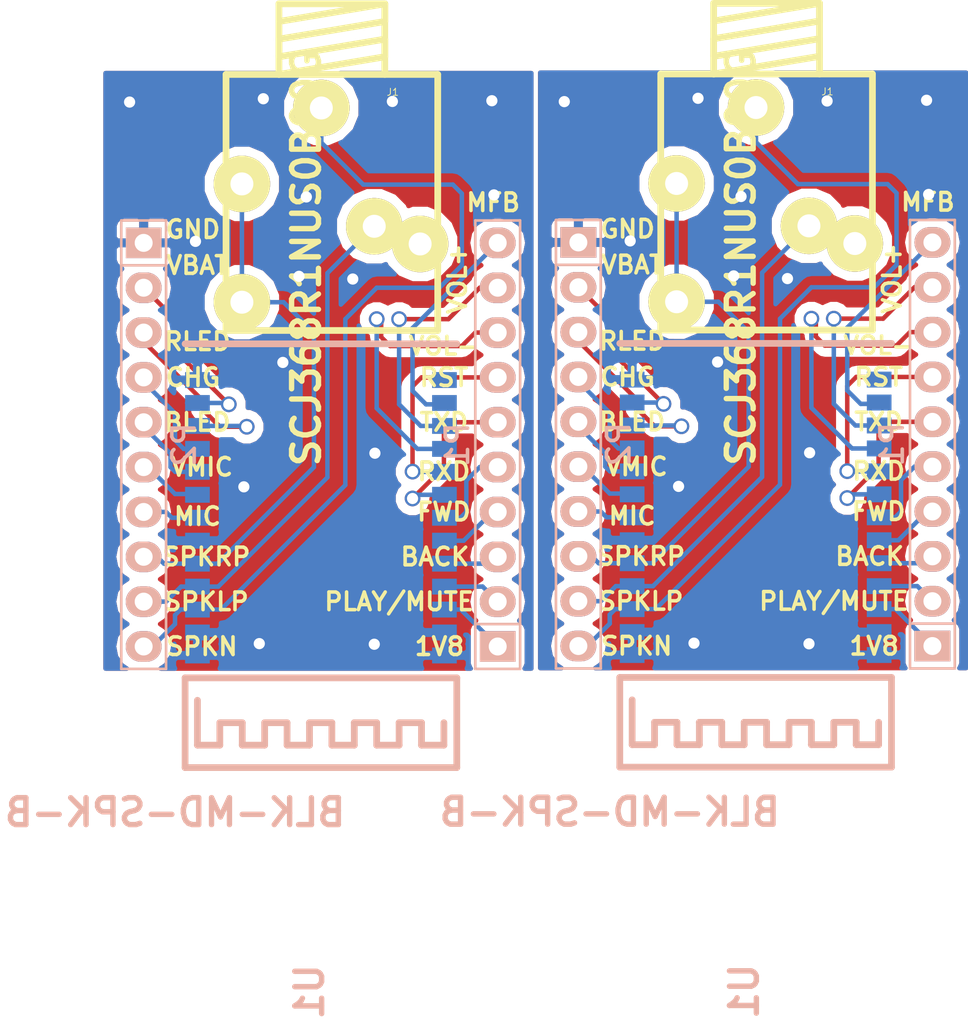
<source format=kicad_pcb>
(kicad_pcb (version 4) (host pcbnew 0.201411271501+5304~19~ubuntu14.04.1-product)
  (layers (0 F.Cu signal) (31 B.Cu signal) (34 B.Paste user) (35 F.Paste user) (36 B.SilkS user) (37 F.SilkS user) (38 B.Mask user) (39 F.Mask user) (44 Edge.Cuts user))
  (net 0 "")
  (net 1 "Net-(J1-Pad1)")
  (net 2 "Net-(J1-Pad2)")
  (net 3 "Net-(J1-Pad4)")
  (net 4 "Net-(P1-Pad1)")
  (net 5 "Net-(P1-Pad2)")
  (net 6 "Net-(P1-Pad3)")
  (net 7 "Net-(P1-Pad4)")
  (net 8 "Net-(P1-Pad5)")
  (net 9 "Net-(P1-Pad6)")
  (net 10 "Net-(P1-Pad7)")
  (net 11 "Net-(P1-Pad8)")
  (net 12 "Net-(P1-Pad9)")
  (net 13 "Net-(P1-Pad10)")
  (net 14 "Net-(P2-Pad2)")
  (net 15 "Net-(P2-Pad3)")
  (net 16 "Net-(P2-Pad4)")
  (net 17 "Net-(P2-Pad5)")
  (net 18 "Net-(P2-Pad6)")
  (net 19 "Net-(P2-Pad7)")
  (net 20 GND)
  (module my_modules:BLK-MD-SPK-B (layer B.Cu) (at 188.214 169.6974)
    (fp_text reference U1 (at 7.62 12.7 270) (layer B.SilkS) (effects (font (thickness 0.3048)) (justify mirror)))
    (fp_text value BLK-MD-SPK-B (at 0 2.54) (layer B.SilkS) (effects (font (thickness 0.3048)) (justify mirror)))
    (pad 1 smd rect (at 1.27 -6.35 180) (size 1.4 0.9) (layers B.Cu B.Paste B.Mask) (net 20 GND))
    (pad 2 smd rect (at 1.27 -7.65 180) (size 1.4 0.9) (layers B.Cu B.Paste B.Mask) (net 20 GND))
    (pad 3 smd rect (at 1.27 -8.95 180) (size 1.4 0.9) (layers B.Cu B.Paste B.Mask) (net 1 "Net-(J1-Pad1)"))
    (pad 4 smd rect (at 1.27 -10.25 180) (size 1.4 0.9) (layers B.Cu B.Paste B.Mask) (net 3 "Net-(J1-Pad4)"))
    (pad 5 smd rect (at 1.27 -11.55 180) (size 1.4 0.9) (layers B.Cu B.Paste B.Mask) (net 2 "Net-(J1-Pad2)"))
    (pad 6 smd rect (at 1.27 -12.85 180) (size 1.4 0.9) (layers B.Cu B.Paste B.Mask) (net 20 GND))
    (pad 7 smd rect (at 1.27 -14.15 180) (size 1.4 0.9) (layers B.Cu B.Paste B.Mask) (net 19 "Net-(P2-Pad7)"))
    (pad 8 smd rect (at 1.27 -15.45 180) (size 1.4 0.9) (layers B.Cu B.Paste B.Mask) (net 18 "Net-(P2-Pad6)"))
    (pad 9 smd rect (at 1.27 -16.75 180) (size 1.4 0.9) (layers B.Cu B.Paste B.Mask) (net 17 "Net-(P2-Pad5)"))
    (pad 10 smd rect (at 1.27 -18.05 180) (size 1.4 0.9) (layers B.Cu B.Paste B.Mask) (net 16 "Net-(P2-Pad4)"))
    (pad 11 smd rect (at 1.27 -19.35 180) (size 1.4 0.9) (layers B.Cu B.Paste B.Mask) (net 15 "Net-(P2-Pad3)"))
    (pad 12 smd rect (at 1.27 -20.65 180) (size 1.4 0.9) (layers B.Cu B.Paste B.Mask) (net 14 "Net-(P2-Pad2)"))
    (pad 13 smd rect (at 1.27 -21.95 180) (size 1.4 0.9) (layers B.Cu B.Paste B.Mask) (net 20 GND))
    (pad 14 smd rect (at 15.27 -21.95 180) (size 1.4 0.9) (layers B.Cu B.Paste B.Mask))
    (pad 15 smd rect (at 15.27 -20.65 180) (size 1.4 0.9) (layers B.Cu B.Paste B.Mask) (net 13 "Net-(P1-Pad10)"))
    (pad 16 smd rect (at 15.27 -19.35 180) (size 1.4 0.9) (layers B.Cu B.Paste B.Mask) (net 12 "Net-(P1-Pad9)"))
    (pad 17 smd rect (at 15.27 -18.05 180) (size 1.4 0.9) (layers B.Cu B.Paste B.Mask) (net 11 "Net-(P1-Pad8)"))
    (pad 18 smd rect (at 15.27 -16.75 180) (size 1.4 0.9) (layers B.Cu B.Paste B.Mask) (net 10 "Net-(P1-Pad7)"))
    (pad 19 smd rect (at 15.27 -15.45 180) (size 1.4 0.9) (layers B.Cu B.Paste B.Mask) (net 9 "Net-(P1-Pad6)"))
    (pad 20 smd rect (at 15.27 -14.15 180) (size 1.4 0.9) (layers B.Cu B.Paste B.Mask) (net 8 "Net-(P1-Pad5)"))
    (pad 21 smd rect (at 15.27 -12.85 180) (size 1.4 0.9) (layers B.Cu B.Paste B.Mask) (net 7 "Net-(P1-Pad4)"))
    (pad 22 smd rect (at 15.27 -11.55 180) (size 1.4 0.9) (layers B.Cu B.Paste B.Mask) (net 6 "Net-(P1-Pad3)"))
    (pad 23 smd rect (at 15.27 -10.25 180) (size 1.4 0.9) (layers B.Cu B.Paste B.Mask) (net 5 "Net-(P1-Pad2)"))
    (pad 24 smd rect (at 15.27 -8.95 180) (size 1.4 0.9) (layers B.Cu B.Paste B.Mask) (net 4 "Net-(P1-Pad1)"))
    (pad 25 smd rect (at 15.27 -7.65 180) (size 1.4 0.9) (layers B.Cu B.Paste B.Mask) (net 20 GND))
    (pad 26 smd rect (at 15.27 -6.35 180) (size 1.4 0.9) (layers B.Cu B.Paste B.Mask) (net 20 GND))
  )
  (module my_modules:3.5mm_stereo_jack (layer F.Cu) (at 197.104 137.4394)
    (fp_text reference J1 (at 3.44932 -5.99948) (layer F.SilkS) (effects (font (size 0.39878 0.39878) (thickness 0.0508))))
    (fp_text value SCJ368R1NUS0B00G (at -1.45034 3.40106 90) (layer F.SilkS) (effects (font (thickness 0.3048))))
    (pad 1 thru_hole circle (at -0.59944 -5.10032) (size 3.2004 3.2004) (drill 1.30048) (layers *.Cu *.Mask F.SilkS) (net 1 "Net-(J1-Pad1)"))
    (pad 2 thru_hole circle (at -5.10032 -0.8001) (size 3.2004 3.2004) (drill 1.30048) (layers *.Cu *.Mask F.SilkS) (net 2 "Net-(J1-Pad2)"))
    (pad 3 thru_hole circle (at -5.10032 5.90042) (size 3.2004 3.2004) (drill 1.30048) (layers *.Cu *.Mask F.SilkS) (net 2 "Net-(J1-Pad2)"))
    (pad 5 thru_hole circle (at 2.4003 1.6002) (size 3.2004 3.2004) (drill 1.30048) (layers *.Cu *.Mask F.SilkS) (net 3 "Net-(J1-Pad4)"))
    (pad 4 thru_hole circle (at 5.00126 2.60096) (size 3.2004 3.2004) (drill 1.30048) (layers *.Cu *.Mask F.SilkS) (net 3 "Net-(J1-Pad4)"))
  )
  (module Pin_Headers:Pin_Header_Straight_1x10 (layer B.Cu) (at 186.436 151.4094 270)
    (fp_text reference P2 (at 0 -2.286 270) (layer B.SilkS) (effects (font (size 1.27 1.27) (thickness 0.2032)) (justify mirror)))
    (fp_text value CONNECTOR hide)
    (pad 1 thru_hole rect (at -11.43 0 270) (size 1.7272 2.032) (drill 1.016) (layers *.Cu *.Mask B.SilkS) (net 20 GND))
    (pad 2 thru_hole oval (at -8.89 0 270) (size 1.7272 2.032) (drill 1.016) (layers *.Cu *.Mask B.SilkS) (net 14 "Net-(P2-Pad2)"))
    (pad 3 thru_hole oval (at -6.35 0 270) (size 1.7272 2.032) (drill 1.016) (layers *.Cu *.Mask B.SilkS) (net 15 "Net-(P2-Pad3)"))
    (pad 4 thru_hole oval (at -3.81 0 270) (size 1.7272 2.032) (drill 1.016) (layers *.Cu *.Mask B.SilkS) (net 16 "Net-(P2-Pad4)"))
    (pad 5 thru_hole oval (at -1.27 0 270) (size 1.7272 2.032) (drill 1.016) (layers *.Cu *.Mask B.SilkS) (net 17 "Net-(P2-Pad5)"))
    (pad 6 thru_hole oval (at 1.27 0 270) (size 1.7272 2.032) (drill 1.016) (layers *.Cu *.Mask B.SilkS) (net 18 "Net-(P2-Pad6)"))
    (pad 7 thru_hole oval (at 3.81 0 270) (size 1.7272 2.032) (drill 1.016) (layers *.Cu *.Mask B.SilkS) (net 19 "Net-(P2-Pad7)"))
    (pad 8 thru_hole oval (at 6.35 0 270) (size 1.7272 2.032) (drill 1.016) (layers *.Cu *.Mask B.SilkS) (net 2 "Net-(J1-Pad2)"))
    (pad 9 thru_hole oval (at 8.89 0 270) (size 1.7272 2.032) (drill 1.016) (layers *.Cu *.Mask B.SilkS) (net 3 "Net-(J1-Pad4)"))
    (pad 10 thru_hole oval (at 11.43 0 270) (size 1.7272 2.032) (drill 1.016) (layers *.Cu *.Mask B.SilkS) (net 1 "Net-(J1-Pad1)"))
  )
  (module Pin_Headers:Pin_Header_Straight_1x10 (layer B.Cu) (at 206.502 151.4094 90)
    (fp_text reference P1 (at 0 -2.286 90) (layer B.SilkS) (effects (font (size 1.27 1.27) (thickness 0.2032)) (justify mirror)))
    (fp_text value CONNECTOR hide)
    (pad 1 thru_hole rect (at -11.43 0 90) (size 1.7272 2.032) (drill 1.016) (layers *.Cu *.Mask B.SilkS) (net 4 "Net-(P1-Pad1)"))
    (pad 2 thru_hole oval (at -8.89 0 90) (size 1.7272 2.032) (drill 1.016) (layers *.Cu *.Mask B.SilkS) (net 5 "Net-(P1-Pad2)"))
    (pad 3 thru_hole oval (at -6.35 0 90) (size 1.7272 2.032) (drill 1.016) (layers *.Cu *.Mask B.SilkS) (net 6 "Net-(P1-Pad3)"))
    (pad 4 thru_hole oval (at -3.81 0 90) (size 1.7272 2.032) (drill 1.016) (layers *.Cu *.Mask B.SilkS) (net 7 "Net-(P1-Pad4)"))
    (pad 5 thru_hole oval (at -1.27 0 90) (size 1.7272 2.032) (drill 1.016) (layers *.Cu *.Mask B.SilkS) (net 8 "Net-(P1-Pad5)"))
    (pad 6 thru_hole oval (at 1.27 0 90) (size 1.7272 2.032) (drill 1.016) (layers *.Cu *.Mask B.SilkS) (net 9 "Net-(P1-Pad6)"))
    (pad 7 thru_hole oval (at 3.81 0 90) (size 1.7272 2.032) (drill 1.016) (layers *.Cu *.Mask B.SilkS) (net 10 "Net-(P1-Pad7)"))
    (pad 8 thru_hole oval (at 6.35 0 90) (size 1.7272 2.032) (drill 1.016) (layers *.Cu *.Mask B.SilkS) (net 11 "Net-(P1-Pad8)"))
    (pad 9 thru_hole oval (at 8.89 0 90) (size 1.7272 2.032) (drill 1.016) (layers *.Cu *.Mask B.SilkS) (net 12 "Net-(P1-Pad9)"))
    (pad 10 thru_hole oval (at 11.43 0 90) (size 1.7272 2.032) (drill 1.016) (layers *.Cu *.Mask B.SilkS) (net 13 "Net-(P1-Pad10)"))
  )
  (module Pin_Headers:Pin_Header_Straight_1x10 (layer B.Cu) (at 231.14 151.384 90)
    (fp_text reference P1 (at 0 -2.286 90) (layer B.SilkS) (effects (font (size 1.27 1.27) (thickness 0.2032)) (justify mirror)))
    (fp_text value CONNECTOR hide)
    (pad 1 thru_hole rect (at -11.43 0 90) (size 1.7272 2.032) (drill 1.016) (layers *.Cu *.Mask B.SilkS) (net 4 "Net-(P1-Pad1)"))
    (pad 2 thru_hole oval (at -8.89 0 90) (size 1.7272 2.032) (drill 1.016) (layers *.Cu *.Mask B.SilkS) (net 5 "Net-(P1-Pad2)"))
    (pad 3 thru_hole oval (at -6.35 0 90) (size 1.7272 2.032) (drill 1.016) (layers *.Cu *.Mask B.SilkS) (net 6 "Net-(P1-Pad3)"))
    (pad 4 thru_hole oval (at -3.81 0 90) (size 1.7272 2.032) (drill 1.016) (layers *.Cu *.Mask B.SilkS) (net 7 "Net-(P1-Pad4)"))
    (pad 5 thru_hole oval (at -1.27 0 90) (size 1.7272 2.032) (drill 1.016) (layers *.Cu *.Mask B.SilkS) (net 8 "Net-(P1-Pad5)"))
    (pad 6 thru_hole oval (at 1.27 0 90) (size 1.7272 2.032) (drill 1.016) (layers *.Cu *.Mask B.SilkS) (net 9 "Net-(P1-Pad6)"))
    (pad 7 thru_hole oval (at 3.81 0 90) (size 1.7272 2.032) (drill 1.016) (layers *.Cu *.Mask B.SilkS) (net 10 "Net-(P1-Pad7)"))
    (pad 8 thru_hole oval (at 6.35 0 90) (size 1.7272 2.032) (drill 1.016) (layers *.Cu *.Mask B.SilkS) (net 11 "Net-(P1-Pad8)"))
    (pad 9 thru_hole oval (at 8.89 0 90) (size 1.7272 2.032) (drill 1.016) (layers *.Cu *.Mask B.SilkS) (net 12 "Net-(P1-Pad9)"))
    (pad 10 thru_hole oval (at 11.43 0 90) (size 1.7272 2.032) (drill 1.016) (layers *.Cu *.Mask B.SilkS) (net 13 "Net-(P1-Pad10)"))
  )
  (module Pin_Headers:Pin_Header_Straight_1x10 (layer B.Cu) (at 211.074 151.384 270)
    (fp_text reference P2 (at 0 -2.286 270) (layer B.SilkS) (effects (font (size 1.27 1.27) (thickness 0.2032)) (justify mirror)))
    (fp_text value CONNECTOR hide)
    (pad 1 thru_hole rect (at -11.43 0 270) (size 1.7272 2.032) (drill 1.016) (layers *.Cu *.Mask B.SilkS) (net 20 GND))
    (pad 2 thru_hole oval (at -8.89 0 270) (size 1.7272 2.032) (drill 1.016) (layers *.Cu *.Mask B.SilkS) (net 14 "Net-(P2-Pad2)"))
    (pad 3 thru_hole oval (at -6.35 0 270) (size 1.7272 2.032) (drill 1.016) (layers *.Cu *.Mask B.SilkS) (net 15 "Net-(P2-Pad3)"))
    (pad 4 thru_hole oval (at -3.81 0 270) (size 1.7272 2.032) (drill 1.016) (layers *.Cu *.Mask B.SilkS) (net 16 "Net-(P2-Pad4)"))
    (pad 5 thru_hole oval (at -1.27 0 270) (size 1.7272 2.032) (drill 1.016) (layers *.Cu *.Mask B.SilkS) (net 17 "Net-(P2-Pad5)"))
    (pad 6 thru_hole oval (at 1.27 0 270) (size 1.7272 2.032) (drill 1.016) (layers *.Cu *.Mask B.SilkS) (net 18 "Net-(P2-Pad6)"))
    (pad 7 thru_hole oval (at 3.81 0 270) (size 1.7272 2.032) (drill 1.016) (layers *.Cu *.Mask B.SilkS) (net 19 "Net-(P2-Pad7)"))
    (pad 8 thru_hole oval (at 6.35 0 270) (size 1.7272 2.032) (drill 1.016) (layers *.Cu *.Mask B.SilkS) (net 2 "Net-(J1-Pad2)"))
    (pad 9 thru_hole oval (at 8.89 0 270) (size 1.7272 2.032) (drill 1.016) (layers *.Cu *.Mask B.SilkS) (net 3 "Net-(J1-Pad4)"))
    (pad 10 thru_hole oval (at 11.43 0 270) (size 1.7272 2.032) (drill 1.016) (layers *.Cu *.Mask B.SilkS) (net 1 "Net-(J1-Pad1)"))
  )
  (module my_modules:3.5mm_stereo_jack (layer F.Cu) (at 221.742 137.414)
    (fp_text reference J1 (at 3.44932 -5.99948) (layer F.SilkS) (effects (font (size 0.39878 0.39878) (thickness 0.0508))))
    (fp_text value SCJ368R1NUS0B00G (at -1.45034 3.40106 90) (layer F.SilkS) (effects (font (thickness 0.3048))))
    (pad 1 thru_hole circle (at -0.59944 -5.10032) (size 3.2004 3.2004) (drill 1.30048) (layers *.Cu *.Mask F.SilkS) (net 1 "Net-(J1-Pad1)"))
    (pad 2 thru_hole circle (at -5.10032 -0.8001) (size 3.2004 3.2004) (drill 1.30048) (layers *.Cu *.Mask F.SilkS) (net 2 "Net-(J1-Pad2)"))
    (pad 3 thru_hole circle (at -5.10032 5.90042) (size 3.2004 3.2004) (drill 1.30048) (layers *.Cu *.Mask F.SilkS) (net 2 "Net-(J1-Pad2)"))
    (pad 5 thru_hole circle (at 2.4003 1.6002) (size 3.2004 3.2004) (drill 1.30048) (layers *.Cu *.Mask F.SilkS) (net 3 "Net-(J1-Pad4)"))
    (pad 4 thru_hole circle (at 5.00126 2.60096) (size 3.2004 3.2004) (drill 1.30048) (layers *.Cu *.Mask F.SilkS) (net 3 "Net-(J1-Pad4)"))
  )
  (module my_modules:BLK-MD-SPK-B (layer B.Cu) (at 212.852 169.672)
    (fp_text reference U1 (at 7.62 12.7 270) (layer B.SilkS) (effects (font (thickness 0.3048)) (justify mirror)))
    (fp_text value BLK-MD-SPK-B (at 0 2.54) (layer B.SilkS) (effects (font (thickness 0.3048)) (justify mirror)))
    (pad 1 smd rect (at 1.27 -6.35 180) (size 1.4 0.9) (layers B.Cu B.Paste B.Mask) (net 20 GND))
    (pad 2 smd rect (at 1.27 -7.65 180) (size 1.4 0.9) (layers B.Cu B.Paste B.Mask) (net 20 GND))
    (pad 3 smd rect (at 1.27 -8.95 180) (size 1.4 0.9) (layers B.Cu B.Paste B.Mask) (net 1 "Net-(J1-Pad1)"))
    (pad 4 smd rect (at 1.27 -10.25 180) (size 1.4 0.9) (layers B.Cu B.Paste B.Mask) (net 3 "Net-(J1-Pad4)"))
    (pad 5 smd rect (at 1.27 -11.55 180) (size 1.4 0.9) (layers B.Cu B.Paste B.Mask) (net 2 "Net-(J1-Pad2)"))
    (pad 6 smd rect (at 1.27 -12.85 180) (size 1.4 0.9) (layers B.Cu B.Paste B.Mask) (net 20 GND))
    (pad 7 smd rect (at 1.27 -14.15 180) (size 1.4 0.9) (layers B.Cu B.Paste B.Mask) (net 19 "Net-(P2-Pad7)"))
    (pad 8 smd rect (at 1.27 -15.45 180) (size 1.4 0.9) (layers B.Cu B.Paste B.Mask) (net 18 "Net-(P2-Pad6)"))
    (pad 9 smd rect (at 1.27 -16.75 180) (size 1.4 0.9) (layers B.Cu B.Paste B.Mask) (net 17 "Net-(P2-Pad5)"))
    (pad 10 smd rect (at 1.27 -18.05 180) (size 1.4 0.9) (layers B.Cu B.Paste B.Mask) (net 16 "Net-(P2-Pad4)"))
    (pad 11 smd rect (at 1.27 -19.35 180) (size 1.4 0.9) (layers B.Cu B.Paste B.Mask) (net 15 "Net-(P2-Pad3)"))
    (pad 12 smd rect (at 1.27 -20.65 180) (size 1.4 0.9) (layers B.Cu B.Paste B.Mask) (net 14 "Net-(P2-Pad2)"))
    (pad 13 smd rect (at 1.27 -21.95 180) (size 1.4 0.9) (layers B.Cu B.Paste B.Mask) (net 20 GND))
    (pad 14 smd rect (at 15.27 -21.95 180) (size 1.4 0.9) (layers B.Cu B.Paste B.Mask))
    (pad 15 smd rect (at 15.27 -20.65 180) (size 1.4 0.9) (layers B.Cu B.Paste B.Mask) (net 13 "Net-(P1-Pad10)"))
    (pad 16 smd rect (at 15.27 -19.35 180) (size 1.4 0.9) (layers B.Cu B.Paste B.Mask) (net 12 "Net-(P1-Pad9)"))
    (pad 17 smd rect (at 15.27 -18.05 180) (size 1.4 0.9) (layers B.Cu B.Paste B.Mask) (net 11 "Net-(P1-Pad8)"))
    (pad 18 smd rect (at 15.27 -16.75 180) (size 1.4 0.9) (layers B.Cu B.Paste B.Mask) (net 10 "Net-(P1-Pad7)"))
    (pad 19 smd rect (at 15.27 -15.45 180) (size 1.4 0.9) (layers B.Cu B.Paste B.Mask) (net 9 "Net-(P1-Pad6)"))
    (pad 20 smd rect (at 15.27 -14.15 180) (size 1.4 0.9) (layers B.Cu B.Paste B.Mask) (net 8 "Net-(P1-Pad5)"))
    (pad 21 smd rect (at 15.27 -12.85 180) (size 1.4 0.9) (layers B.Cu B.Paste B.Mask) (net 7 "Net-(P1-Pad4)"))
    (pad 22 smd rect (at 15.27 -11.55 180) (size 1.4 0.9) (layers B.Cu B.Paste B.Mask) (net 6 "Net-(P1-Pad3)"))
    (pad 23 smd rect (at 15.27 -10.25 180) (size 1.4 0.9) (layers B.Cu B.Paste B.Mask) (net 5 "Net-(P1-Pad2)"))
    (pad 24 smd rect (at 15.27 -8.95 180) (size 1.4 0.9) (layers B.Cu B.Paste B.Mask) (net 4 "Net-(P1-Pad1)"))
    (pad 25 smd rect (at 15.27 -7.65 180) (size 1.4 0.9) (layers B.Cu B.Paste B.Mask) (net 20 GND))
    (pad 26 smd rect (at 15.27 -6.35 180) (size 1.4 0.9) (layers B.Cu B.Paste B.Mask) (net 20 GND))
  )
  (gr_text GND (at 189.23 139.2174) (layer F.SilkS) (effects (font (size 1 1) (thickness 0.2))))
  (gr_text VBAT (at 189.484 141.2494) (layer F.SilkS) (effects (font (size 1 1) (thickness 0.2))))
  (gr_text RLED (at 189.484 145.5674) (layer F.SilkS) (effects (font (size 1 1) (thickness 0.2))))
  (gr_text CHG (at 189.23 147.5994) (layer F.SilkS) (effects (font (size 1 1) (thickness 0.2))))
  (gr_text BLED (at 189.484 150.1394) (layer F.SilkS) (effects (font (size 1 1) (thickness 0.2))))
  (gr_text VMIC (at 189.738 152.6794) (layer F.SilkS) (effects (font (size 1 1) (thickness 0.2))))
  (gr_text MIC (at 189.484 155.4734) (layer F.SilkS) (effects (font (size 1 1) (thickness 0.2))))
  (gr_text SPKRP (at 189.992 157.7594) (layer F.SilkS) (effects (font (size 1 1) (thickness 0.2))))
  (gr_text SPKLP (at 189.992 160.2994) (layer F.SilkS) (effects (font (size 1 1) (thickness 0.2))))
  (gr_text SPKN (at 189.738 162.8394) (layer F.SilkS) (effects (font (size 1 1) (thickness 0.2))))
  (gr_text 1V8 (at 203.2 162.8394) (layer F.SilkS) (effects (font (size 1 1) (thickness 0.2))))
  (gr_text PLAY/MUTE (at 200.914 160.2994) (layer F.SilkS) (effects (font (size 1 1) (thickness 0.2))))
  (gr_text BACK (at 202.946 157.7594) (layer F.SilkS) (effects (font (size 1 1) (thickness 0.2))))
  (gr_text FWD (at 203.454 155.2194) (layer F.SilkS) (effects (font (size 1 1) (thickness 0.2))))
  (gr_text RXD (at 203.454 152.9334) (layer F.SilkS) (effects (font (size 1 1) (thickness 0.2))))
  (gr_text TXD (at 203.454 150.1394) (layer F.SilkS) (effects (font (size 1 1) (thickness 0.2))))
  (gr_text RST (at 203.454 147.5994) (layer F.SilkS) (effects (font (size 1 1) (thickness 0.2))))
  (gr_text VOL- (at 203.454 145.8214) (layer F.SilkS) (effects (font (size 1 1) (thickness 0.2))))
  (gr_text VOL+ (at 204.216 142.0114 90) (layer F.SilkS) (effects (font (size 1 1) (thickness 0.2))))
  (gr_text MFB (at 206.248 137.6934) (layer F.SilkS) (effects (font (size 1 1) (thickness 0.2))))
  (gr_text MFB (at 230.886 137.668) (layer F.SilkS) (effects (font (size 1 1) (thickness 0.2))))
  (gr_text VOL+ (at 228.854 141.986 90) (layer F.SilkS) (effects (font (size 1 1) (thickness 0.2))))
  (gr_text VOL- (at 228.092 145.796) (layer F.SilkS) (effects (font (size 1 1) (thickness 0.2))))
  (gr_text RST (at 228.092 147.574) (layer F.SilkS) (effects (font (size 1 1) (thickness 0.2))))
  (gr_text TXD (at 228.092 150.114) (layer F.SilkS) (effects (font (size 1 1) (thickness 0.2))))
  (gr_text RXD (at 228.092 152.908) (layer F.SilkS) (effects (font (size 1 1) (thickness 0.2))))
  (gr_text FWD (at 228.092 155.194) (layer F.SilkS) (effects (font (size 1 1) (thickness 0.2))))
  (gr_text BACK (at 227.584 157.734) (layer F.SilkS) (effects (font (size 1 1) (thickness 0.2))))
  (gr_text PLAY/MUTE (at 225.552 160.274) (layer F.SilkS) (effects (font (size 1 1) (thickness 0.2))))
  (gr_text 1V8 (at 227.838 162.814) (layer F.SilkS) (effects (font (size 1 1) (thickness 0.2))))
  (gr_text SPKN (at 214.376 162.814) (layer F.SilkS) (effects (font (size 1 1) (thickness 0.2))))
  (gr_text SPKLP (at 214.63 160.274) (layer F.SilkS) (effects (font (size 1 1) (thickness 0.2))))
  (gr_text SPKRP (at 214.63 157.734) (layer F.SilkS) (effects (font (size 1 1) (thickness 0.2))))
  (gr_text MIC (at 214.122 155.448) (layer F.SilkS) (effects (font (size 1 1) (thickness 0.2))))
  (gr_text VMIC (at 214.376 152.654) (layer F.SilkS) (effects (font (size 1 1) (thickness 0.2))))
  (gr_text BLED (at 214.122 150.114) (layer F.SilkS) (effects (font (size 1 1) (thickness 0.2))))
  (gr_text CHG (at 213.868 147.574) (layer F.SilkS) (effects (font (size 1 1) (thickness 0.2))))
  (gr_text RLED (at 214.122 145.542) (layer F.SilkS) (effects (font (size 1 1) (thickness 0.2))))
  (gr_text VBAT (at 214.122 141.224) (layer F.SilkS) (effects (font (size 1 1) (thickness 0.2))))
  (gr_text GND (at 213.868 139.192) (layer F.SilkS) (effects (font (size 1 1) (thickness 0.2))))
  (segment (start 189.424 160.8074) (end 189.484 160.7474) (width 0.254) (layer B.Cu) (net 1))
  (segment (start 190.754 160.7474) (end 189.484 160.7474) (width 0.254) (layer B.Cu) (net 1))
  (segment (start 204.47 141.2494) (end 203.2 142.5194) (width 0.254) (layer B.Cu) (net 1))
  (segment (start 204.47 137.1854) (end 204.47 141.2494) (width 0.254) (layer B.Cu) (net 1))
  (segment (start 203.962 136.6774) (end 204.47 137.1854) (width 0.254) (layer B.Cu) (net 1))
  (segment (start 198.374 143.7894) (end 199.644 142.5194) (width 0.254) (layer B.Cu) (net 1))
  (segment (start 199.644 142.5194) (end 203.2 142.5194) (width 0.254) (layer B.Cu) (net 1))
  (segment (start 196.50456 134.29996) (end 198.882 136.6774) (width 0.254) (layer B.Cu) (net 1))
  (segment (start 198.882 136.6774) (end 203.962 136.6774) (width 0.254) (layer B.Cu) (net 1))
  (segment (start 196.50456 132.33908) (end 196.50456 134.29996) (width 0.254) (layer B.Cu) (net 1))
  (segment (start 197.866 144.2974) (end 198.374 143.7894) (width 0.254) (layer B.Cu) (net 1))
  (segment (start 197.866 153.6954) (end 197.866 144.2974) (width 0.254) (layer B.Cu) (net 1))
  (segment (start 190.814 160.7474) (end 197.866 153.6954) (width 0.254) (layer B.Cu) (net 1))
  (segment (start 190.754 160.7474) (end 190.814 160.7474) (width 0.254) (layer B.Cu) (net 1))
  (segment (start 188.528 160.7474) (end 189.484 160.7474) (width 0.254) (layer B.Cu) (net 1))
  (segment (start 188.214 161.0614) (end 188.528 160.7474) (width 0.254) (layer B.Cu) (net 1))
  (segment (start 188.214 161.5694) (end 188.214 161.0614) (width 0.254) (layer B.Cu) (net 1))
  (segment (start 186.944 162.8394) (end 188.214 161.5694) (width 0.254) (layer B.Cu) (net 1))
  (segment (start 186.182 162.8394) (end 186.944 162.8394) (width 0.254) (layer B.Cu) (net 1))
  (segment (start 210.82 162.814) (end 211.582 162.814) (width 0.254) (layer B.Cu) (net 1))
  (segment (start 211.582 162.814) (end 212.852 161.544) (width 0.254) (layer B.Cu) (net 1))
  (segment (start 212.852 161.544) (end 212.852 161.036) (width 0.254) (layer B.Cu) (net 1))
  (segment (start 212.852 161.036) (end 213.166 160.722) (width 0.254) (layer B.Cu) (net 1))
  (segment (start 213.166 160.722) (end 214.122 160.722) (width 0.254) (layer B.Cu) (net 1))
  (segment (start 215.392 160.722) (end 215.452 160.722) (width 0.254) (layer B.Cu) (net 1))
  (segment (start 215.452 160.722) (end 222.504 153.67) (width 0.254) (layer B.Cu) (net 1))
  (segment (start 222.504 153.67) (end 222.504 144.272) (width 0.254) (layer B.Cu) (net 1))
  (segment (start 222.504 144.272) (end 223.012 143.764) (width 0.254) (layer B.Cu) (net 1))
  (segment (start 221.14256 132.31368) (end 221.14256 134.27456) (width 0.254) (layer B.Cu) (net 1))
  (segment (start 223.52 136.652) (end 228.6 136.652) (width 0.254) (layer B.Cu) (net 1))
  (segment (start 221.14256 134.27456) (end 223.52 136.652) (width 0.254) (layer B.Cu) (net 1))
  (segment (start 224.282 142.494) (end 227.838 142.494) (width 0.254) (layer B.Cu) (net 1))
  (segment (start 223.012 143.764) (end 224.282 142.494) (width 0.254) (layer B.Cu) (net 1))
  (segment (start 228.6 136.652) (end 229.108 137.16) (width 0.254) (layer B.Cu) (net 1))
  (segment (start 229.108 137.16) (end 229.108 141.224) (width 0.254) (layer B.Cu) (net 1))
  (segment (start 229.108 141.224) (end 227.838 142.494) (width 0.254) (layer B.Cu) (net 1))
  (segment (start 215.392 160.722) (end 214.122 160.722) (width 0.254) (layer B.Cu) (net 1))
  (segment (start 214.062 160.782) (end 214.122 160.722) (width 0.254) (layer B.Cu) (net 1))
  (segment (start 189.364 158.2674) (end 189.484 158.1474) (width 0.254) (layer B.Cu) (net 2))
  (segment (start 191.77 143.5735) (end 192.00368 143.33982) (width 0.254) (layer B.Cu) (net 2))
  (segment (start 192.00368 136.6393) (end 192.00368 143.33982) (width 0.254) (layer B.Cu) (net 2))
  (segment (start 196.088 152.6794) (end 196.088 145.0594) (width 0.254) (layer B.Cu) (net 2))
  (segment (start 196.088 145.0594) (end 194.36842 143.33982) (width 0.254) (layer B.Cu) (net 2))
  (segment (start 194.36842 143.33982) (end 192.00368 143.33982) (width 0.254) (layer B.Cu) (net 2))
  (segment (start 190.62 158.1474) (end 196.088 152.6794) (width 0.254) (layer B.Cu) (net 2))
  (segment (start 189.484 158.1474) (end 190.62 158.1474) (width 0.254) (layer B.Cu) (net 2))
  (segment (start 188.842 158.1474) (end 189.484 158.1474) (width 0.254) (layer B.Cu) (net 2))
  (segment (start 187.586 158.1474) (end 189.484 158.1474) (width 0.254) (layer B.Cu) (net 2))
  (segment (start 187.198 157.7594) (end 187.586 158.1474) (width 0.254) (layer B.Cu) (net 2))
  (segment (start 186.182 157.7594) (end 187.198 157.7594) (width 0.254) (layer B.Cu) (net 2))
  (segment (start 210.82 157.734) (end 211.836 157.734) (width 0.254) (layer B.Cu) (net 2))
  (segment (start 211.836 157.734) (end 212.224 158.122) (width 0.254) (layer B.Cu) (net 2))
  (segment (start 212.224 158.122) (end 214.122 158.122) (width 0.254) (layer B.Cu) (net 2))
  (segment (start 213.48 158.122) (end 214.122 158.122) (width 0.254) (layer B.Cu) (net 2))
  (segment (start 214.122 158.122) (end 215.258 158.122) (width 0.254) (layer B.Cu) (net 2))
  (segment (start 215.258 158.122) (end 220.726 152.654) (width 0.254) (layer B.Cu) (net 2))
  (segment (start 219.00642 143.31442) (end 216.64168 143.31442) (width 0.254) (layer B.Cu) (net 2))
  (segment (start 220.726 145.034) (end 219.00642 143.31442) (width 0.254) (layer B.Cu) (net 2))
  (segment (start 220.726 152.654) (end 220.726 145.034) (width 0.254) (layer B.Cu) (net 2))
  (segment (start 216.64168 136.6139) (end 216.64168 143.31442) (width 0.254) (layer B.Cu) (net 2))
  (segment (start 216.408 143.5481) (end 216.64168 143.31442) (width 0.254) (layer B.Cu) (net 2))
  (segment (start 214.002 158.242) (end 214.122 158.122) (width 0.254) (layer B.Cu) (net 2))
  (segment (start 199.5043 139.0396) (end 198.4502 139.0396) (width 0.254) (layer B.Cu) (net 3))
  (segment (start 190.664 159.4474) (end 196.85 153.2614) (width 0.254) (layer B.Cu) (net 3))
  (segment (start 196.85 153.2614) (end 196.85 141.6939) (width 0.254) (layer B.Cu) (net 3))
  (segment (start 196.85 141.6939) (end 199.5043 139.0396) (width 0.254) (layer B.Cu) (net 3))
  (segment (start 189.484 159.4474) (end 190.664 159.4474) (width 0.254) (layer B.Cu) (net 3))
  (segment (start 201.1045 139.0396) (end 202.10526 140.04036) (width 0.254) (layer B.Cu) (net 3))
  (segment (start 199.5043 139.0396) (end 201.1045 139.0396) (width 0.254) (layer B.Cu) (net 3))
  (segment (start 188.812 159.4474) (end 189.484 159.4474) (width 0.254) (layer B.Cu) (net 3))
  (segment (start 188.558 159.4474) (end 189.484 159.4474) (width 0.254) (layer B.Cu) (net 3))
  (segment (start 187.706 160.2994) (end 188.558 159.4474) (width 0.254) (layer B.Cu) (net 3))
  (segment (start 186.182 160.2994) (end 187.706 160.2994) (width 0.254) (layer B.Cu) (net 3))
  (segment (start 210.82 160.274) (end 212.344 160.274) (width 0.254) (layer B.Cu) (net 3))
  (segment (start 212.344 160.274) (end 213.196 159.422) (width 0.254) (layer B.Cu) (net 3))
  (segment (start 213.196 159.422) (end 214.122 159.422) (width 0.254) (layer B.Cu) (net 3))
  (segment (start 213.45 159.422) (end 214.122 159.422) (width 0.254) (layer B.Cu) (net 3))
  (segment (start 224.1423 139.0142) (end 225.7425 139.0142) (width 0.254) (layer B.Cu) (net 3))
  (segment (start 225.7425 139.0142) (end 226.74326 140.01496) (width 0.254) (layer B.Cu) (net 3))
  (segment (start 214.122 159.422) (end 215.302 159.422) (width 0.254) (layer B.Cu) (net 3))
  (segment (start 221.488 141.6685) (end 224.1423 139.0142) (width 0.254) (layer B.Cu) (net 3))
  (segment (start 221.488 153.236) (end 221.488 141.6685) (width 0.254) (layer B.Cu) (net 3))
  (segment (start 215.302 159.422) (end 221.488 153.236) (width 0.254) (layer B.Cu) (net 3))
  (segment (start 224.1423 139.0142) (end 223.0882 139.0142) (width 0.254) (layer B.Cu) (net 3))
  (segment (start 203.484 160.7474) (end 204.41 160.7474) (width 0.254) (layer B.Cu) (net 4))
  (segment (start 204.41 160.7474) (end 206.502 162.8394) (width 0.254) (layer B.Cu) (net 4))
  (segment (start 229.048 160.722) (end 231.14 162.814) (width 0.254) (layer B.Cu) (net 4))
  (segment (start 228.122 160.722) (end 229.048 160.722) (width 0.254) (layer B.Cu) (net 4))
  (segment (start 203.484 159.4474) (end 205.65 159.4474) (width 0.254) (layer B.Cu) (net 5))
  (segment (start 205.65 159.4474) (end 206.502 160.2994) (width 0.254) (layer B.Cu) (net 5))
  (segment (start 230.288 159.422) (end 231.14 160.274) (width 0.254) (layer B.Cu) (net 5))
  (segment (start 228.122 159.422) (end 230.288 159.422) (width 0.254) (layer B.Cu) (net 5))
  (segment (start 203.484 158.1474) (end 206.114 158.1474) (width 0.254) (layer B.Cu) (net 6))
  (segment (start 206.114 158.1474) (end 206.502 157.7594) (width 0.254) (layer B.Cu) (net 6))
  (segment (start 230.752 158.122) (end 231.14 157.734) (width 0.254) (layer B.Cu) (net 6))
  (segment (start 228.122 158.122) (end 230.752 158.122) (width 0.254) (layer B.Cu) (net 6))
  (segment (start 203.484 156.8474) (end 204.574 156.8474) (width 0.254) (layer B.Cu) (net 7))
  (segment (start 206.202 155.2194) (end 206.502 155.2194) (width 0.254) (layer B.Cu) (net 7))
  (segment (start 204.574 156.8474) (end 206.202 155.2194) (width 0.254) (layer B.Cu) (net 7))
  (segment (start 229.212 156.822) (end 230.84 155.194) (width 0.254) (layer B.Cu) (net 7))
  (segment (start 230.84 155.194) (end 231.14 155.194) (width 0.254) (layer B.Cu) (net 7))
  (segment (start 228.122 156.822) (end 229.212 156.822) (width 0.254) (layer B.Cu) (net 7))
  (segment (start 204.396 155.5474) (end 204.724 155.2194) (width 0.254) (layer B.Cu) (net 8))
  (segment (start 204.724 155.2194) (end 204.724 153.4414) (width 0.254) (layer B.Cu) (net 8))
  (segment (start 204.724 153.4414) (end 205.486 152.6794) (width 0.254) (layer B.Cu) (net 8))
  (segment (start 203.484 155.5474) (end 204.396 155.5474) (width 0.254) (layer B.Cu) (net 8))
  (segment (start 205.486 152.6794) (end 206.502 152.6794) (width 0.254) (layer B.Cu) (net 8))
  (segment (start 230.124 152.654) (end 231.14 152.654) (width 0.254) (layer B.Cu) (net 8))
  (segment (start 228.122 155.522) (end 229.034 155.522) (width 0.254) (layer B.Cu) (net 8))
  (segment (start 229.362 153.416) (end 230.124 152.654) (width 0.254) (layer B.Cu) (net 8))
  (segment (start 229.362 155.194) (end 229.362 153.416) (width 0.254) (layer B.Cu) (net 8))
  (segment (start 229.034 155.522) (end 229.362 155.194) (width 0.254) (layer B.Cu) (net 8))
  (segment (start 201.886 154.2474) (end 203.484 154.2474) (width 0.254) (layer B.Cu) (net 9))
  (segment (start 201.676 154.4574) (end 201.886 154.2474) (width 0.254) (layer B.Cu) (net 9))
  (via (at 201.676 154.4574) (size 0.889) (layers F.Cu B.Cu) (net 9))
  (segment (start 203.708 150.1394) (end 203.454 150.3934) (width 0.254) (layer F.Cu) (net 9))
  (segment (start 203.454 150.3934) (end 203.454 152.6794) (width 0.254) (layer F.Cu) (net 9))
  (segment (start 203.454 152.6794) (end 201.676 154.4574) (width 0.254) (layer F.Cu) (net 9))
  (segment (start 206.502 150.1394) (end 203.708 150.1394) (width 0.254) (layer F.Cu) (net 9))
  (segment (start 231.14 150.114) (end 228.346 150.114) (width 0.254) (layer F.Cu) (net 9))
  (segment (start 228.092 152.654) (end 226.314 154.432) (width 0.254) (layer F.Cu) (net 9))
  (segment (start 228.092 150.368) (end 228.092 152.654) (width 0.254) (layer F.Cu) (net 9))
  (segment (start 228.346 150.114) (end 228.092 150.368) (width 0.254) (layer F.Cu) (net 9))
  (via (at 226.314 154.432) (size 0.889) (layers F.Cu B.Cu) (net 9))
  (segment (start 226.314 154.432) (end 226.524 154.222) (width 0.254) (layer B.Cu) (net 9))
  (segment (start 226.524 154.222) (end 228.122 154.222) (width 0.254) (layer B.Cu) (net 9))
  (segment (start 201.69 152.9474) (end 203.484 152.9474) (width 0.254) (layer B.Cu) (net 10))
  (via (at 201.676 152.9334) (size 0.889) (layers F.Cu B.Cu) (net 10))
  (segment (start 201.676 152.9334) (end 201.69 152.9474) (width 0.254) (layer B.Cu) (net 10))
  (segment (start 201.676 148.1074) (end 201.676 152.9334) (width 0.254) (layer F.Cu) (net 10))
  (segment (start 202.184 147.5994) (end 201.676 148.1074) (width 0.254) (layer F.Cu) (net 10))
  (segment (start 206.502 147.5994) (end 202.184 147.5994) (width 0.254) (layer F.Cu) (net 10))
  (segment (start 231.14 147.574) (end 226.822 147.574) (width 0.254) (layer F.Cu) (net 10))
  (segment (start 226.822 147.574) (end 226.314 148.082) (width 0.254) (layer F.Cu) (net 10))
  (segment (start 226.314 148.082) (end 226.314 152.908) (width 0.254) (layer F.Cu) (net 10))
  (segment (start 226.314 152.908) (end 226.328 152.922) (width 0.254) (layer B.Cu) (net 10))
  (via (at 226.314 152.908) (size 0.889) (layers F.Cu B.Cu) (net 10))
  (segment (start 226.328 152.922) (end 228.122 152.922) (width 0.254) (layer B.Cu) (net 10))
  (segment (start 201.946 151.6474) (end 199.644 149.3454) (width 0.254) (layer B.Cu) (net 11))
  (segment (start 199.644 149.3454) (end 199.644 144.2974) (width 0.254) (layer B.Cu) (net 11))
  (via (at 199.644 144.2974) (size 0.889) (layers F.Cu B.Cu) (net 11))
  (segment (start 199.644 144.2974) (end 199.898 144.5514) (width 0.254) (layer F.Cu) (net 11))
  (segment (start 199.898 144.5514) (end 199.898 145.3134) (width 0.254) (layer F.Cu) (net 11))
  (segment (start 199.898 145.3134) (end 200.406 145.8214) (width 0.254) (layer F.Cu) (net 11))
  (segment (start 200.406 145.8214) (end 203.454 145.8214) (width 0.254) (layer F.Cu) (net 11))
  (segment (start 203.484 151.6474) (end 201.946 151.6474) (width 0.254) (layer B.Cu) (net 11))
  (segment (start 203.454 145.8214) (end 204.47 145.8214) (width 0.254) (layer F.Cu) (net 11))
  (segment (start 204.47 145.8214) (end 205.232 145.0594) (width 0.254) (layer F.Cu) (net 11))
  (segment (start 205.232 145.0594) (end 206.502 145.0594) (width 0.254) (layer F.Cu) (net 11))
  (segment (start 229.87 145.034) (end 231.14 145.034) (width 0.254) (layer F.Cu) (net 11))
  (segment (start 229.108 145.796) (end 229.87 145.034) (width 0.254) (layer F.Cu) (net 11))
  (segment (start 228.092 145.796) (end 229.108 145.796) (width 0.254) (layer F.Cu) (net 11))
  (segment (start 228.122 151.622) (end 226.584 151.622) (width 0.254) (layer B.Cu) (net 11))
  (segment (start 225.044 145.796) (end 228.092 145.796) (width 0.254) (layer F.Cu) (net 11))
  (segment (start 224.536 145.288) (end 225.044 145.796) (width 0.254) (layer F.Cu) (net 11))
  (segment (start 224.536 144.526) (end 224.536 145.288) (width 0.254) (layer F.Cu) (net 11))
  (segment (start 224.282 144.272) (end 224.536 144.526) (width 0.254) (layer F.Cu) (net 11))
  (via (at 224.282 144.272) (size 0.889) (layers F.Cu B.Cu) (net 11))
  (segment (start 224.282 149.32) (end 224.282 144.272) (width 0.254) (layer B.Cu) (net 11))
  (segment (start 226.584 151.622) (end 224.282 149.32) (width 0.254) (layer B.Cu) (net 11))
  (segment (start 202.138 150.3474) (end 200.914 149.1234) (width 0.254) (layer B.Cu) (net 12))
  (segment (start 200.914 149.1234) (end 200.914 144.2974) (width 0.254) (layer B.Cu) (net 12))
  (via (at 200.914 144.2974) (size 0.889) (layers F.Cu B.Cu) (net 12))
  (segment (start 200.914 144.2974) (end 203.708 144.2974) (width 0.254) (layer F.Cu) (net 12))
  (segment (start 203.484 150.3474) (end 202.138 150.3474) (width 0.254) (layer B.Cu) (net 12))
  (segment (start 203.708 144.2974) (end 205.486 142.5194) (width 0.254) (layer F.Cu) (net 12))
  (segment (start 205.74 142.5194) (end 206.502 142.5194) (width 0.254) (layer B.Cu) (net 12))
  (segment (start 205.74 142.5194) (end 206.502 142.5194) (width 0.254) (layer F.Cu) (net 12))
  (segment (start 205.486 142.5194) (end 206.502 142.5194) (width 0.254) (layer F.Cu) (net 12))
  (segment (start 230.124 142.494) (end 231.14 142.494) (width 0.254) (layer F.Cu) (net 12))
  (segment (start 230.378 142.494) (end 231.14 142.494) (width 0.254) (layer F.Cu) (net 12))
  (segment (start 230.378 142.494) (end 231.14 142.494) (width 0.254) (layer B.Cu) (net 12))
  (segment (start 228.346 144.272) (end 230.124 142.494) (width 0.254) (layer F.Cu) (net 12))
  (segment (start 228.122 150.322) (end 226.776 150.322) (width 0.254) (layer B.Cu) (net 12))
  (segment (start 225.552 144.272) (end 228.346 144.272) (width 0.254) (layer F.Cu) (net 12))
  (via (at 225.552 144.272) (size 0.889) (layers F.Cu B.Cu) (net 12))
  (segment (start 225.552 149.098) (end 225.552 144.272) (width 0.254) (layer B.Cu) (net 12))
  (segment (start 226.776 150.322) (end 225.552 149.098) (width 0.254) (layer B.Cu) (net 12))
  (segment (start 201.676 144.8054) (end 201.676 148.3614) (width 0.254) (layer B.Cu) (net 13))
  (segment (start 201.676 148.3614) (end 202.438 149.1234) (width 0.254) (layer B.Cu) (net 13))
  (segment (start 206.502 139.9794) (end 201.676 144.8054) (width 0.254) (layer B.Cu) (net 13))
  (segment (start 203.408 149.1234) (end 203.484 149.0474) (width 0.254) (layer B.Cu) (net 13))
  (segment (start 202.438 149.1234) (end 203.408 149.1234) (width 0.254) (layer B.Cu) (net 13))
  (segment (start 227.076 149.098) (end 228.046 149.098) (width 0.254) (layer B.Cu) (net 13))
  (segment (start 228.046 149.098) (end 228.122 149.022) (width 0.254) (layer B.Cu) (net 13))
  (segment (start 231.14 139.954) (end 226.314 144.78) (width 0.254) (layer B.Cu) (net 13))
  (segment (start 226.314 148.336) (end 227.076 149.098) (width 0.254) (layer B.Cu) (net 13))
  (segment (start 226.314 144.78) (end 226.314 148.336) (width 0.254) (layer B.Cu) (net 13))
  (segment (start 186.182 142.5194) (end 186.69 142.5194) (width 0.254) (layer F.Cu) (net 14))
  (segment (start 188.214 144.2974) (end 188.214 146.0754) (width 0.254) (layer F.Cu) (net 14))
  (segment (start 188.214 146.0754) (end 191.262 149.1234) (width 0.254) (layer F.Cu) (net 14))
  (via (at 191.262 149.1234) (size 0.889) (layers F.Cu B.Cu) (net 14))
  (segment (start 191.262 149.1234) (end 191.186 149.0474) (width 0.254) (layer B.Cu) (net 14))
  (segment (start 186.436 142.5194) (end 188.214 144.2974) (width 0.254) (layer F.Cu) (net 14))
  (segment (start 186.182 142.5194) (end 186.436 142.5194) (width 0.254) (layer F.Cu) (net 14))
  (segment (start 189.484 149.0474) (end 188.9 149.0474) (width 0.254) (layer B.Cu) (net 14))
  (segment (start 191.186 149.0474) (end 189.484 149.0474) (width 0.254) (layer B.Cu) (net 14))
  (segment (start 215.824 149.022) (end 214.122 149.022) (width 0.254) (layer B.Cu) (net 14))
  (segment (start 214.122 149.022) (end 213.538 149.022) (width 0.254) (layer B.Cu) (net 14))
  (segment (start 210.82 142.494) (end 211.074 142.494) (width 0.254) (layer F.Cu) (net 14))
  (segment (start 211.074 142.494) (end 212.852 144.272) (width 0.254) (layer F.Cu) (net 14))
  (segment (start 215.9 149.098) (end 215.824 149.022) (width 0.254) (layer B.Cu) (net 14))
  (via (at 215.9 149.098) (size 0.889) (layers F.Cu B.Cu) (net 14))
  (segment (start 212.852 146.05) (end 215.9 149.098) (width 0.254) (layer F.Cu) (net 14))
  (segment (start 212.852 144.272) (end 212.852 146.05) (width 0.254) (layer F.Cu) (net 14))
  (segment (start 210.82 142.494) (end 211.328 142.494) (width 0.254) (layer F.Cu) (net 14))
  (segment (start 189.738 149.3774) (end 190.754 150.3934) (width 0.254) (layer F.Cu) (net 15))
  (segment (start 189.738 148.8694) (end 189.738 149.3774) (width 0.254) (layer F.Cu) (net 15))
  (segment (start 186.182 145.3134) (end 189.738 148.8694) (width 0.254) (layer F.Cu) (net 15))
  (segment (start 186.182 145.0594) (end 186.182 145.3134) (width 0.254) (layer F.Cu) (net 15))
  (segment (start 190.754 150.3934) (end 189.738 149.3774) (width 0.254) (layer F.Cu) (net 15))
  (segment (start 192.278 150.3934) (end 190.754 150.3934) (width 0.254) (layer F.Cu) (net 15))
  (segment (start 192.232 150.3474) (end 192.278 150.3934) (width 0.254) (layer B.Cu) (net 15))
  (via (at 192.278 150.3934) (size 0.889) (layers F.Cu B.Cu) (net 15))
  (segment (start 189.484 150.3474) (end 192.232 150.3474) (width 0.254) (layer B.Cu) (net 15))
  (segment (start 214.122 150.322) (end 216.87 150.322) (width 0.254) (layer B.Cu) (net 15))
  (via (at 216.916 150.368) (size 0.889) (layers F.Cu B.Cu) (net 15))
  (segment (start 216.87 150.322) (end 216.916 150.368) (width 0.254) (layer B.Cu) (net 15))
  (segment (start 216.916 150.368) (end 215.392 150.368) (width 0.254) (layer F.Cu) (net 15))
  (segment (start 215.392 150.368) (end 214.376 149.352) (width 0.254) (layer F.Cu) (net 15))
  (segment (start 210.82 145.034) (end 210.82 145.288) (width 0.254) (layer F.Cu) (net 15))
  (segment (start 210.82 145.288) (end 214.376 148.844) (width 0.254) (layer F.Cu) (net 15))
  (segment (start 214.376 148.844) (end 214.376 149.352) (width 0.254) (layer F.Cu) (net 15))
  (segment (start 214.376 149.352) (end 215.392 150.368) (width 0.254) (layer F.Cu) (net 15))
  (segment (start 189.468 151.6634) (end 189.484 151.6474) (width 0.254) (layer B.Cu) (net 16))
  (segment (start 189.484 151.6474) (end 188.706 151.6474) (width 0.254) (layer B.Cu) (net 16))
  (segment (start 188.214 151.1554) (end 188.706 151.6474) (width 0.254) (layer B.Cu) (net 16))
  (segment (start 187.198 148.6154) (end 186.182 147.5994) (width 0.254) (layer B.Cu) (net 16))
  (segment (start 188.214 149.6314) (end 188.214 151.1554) (width 0.254) (layer B.Cu) (net 16))
  (segment (start 187.198 148.6154) (end 188.214 149.6314) (width 0.254) (layer B.Cu) (net 16))
  (segment (start 211.836 148.59) (end 212.852 149.606) (width 0.254) (layer B.Cu) (net 16))
  (segment (start 212.852 149.606) (end 212.852 151.13) (width 0.254) (layer B.Cu) (net 16))
  (segment (start 211.836 148.59) (end 210.82 147.574) (width 0.254) (layer B.Cu) (net 16))
  (segment (start 212.852 151.13) (end 213.344 151.622) (width 0.254) (layer B.Cu) (net 16))
  (segment (start 214.122 151.622) (end 213.344 151.622) (width 0.254) (layer B.Cu) (net 16))
  (segment (start 214.106 151.638) (end 214.122 151.622) (width 0.254) (layer B.Cu) (net 16))
  (segment (start 189.47 152.9334) (end 189.484 152.9474) (width 0.254) (layer B.Cu) (net 17))
  (segment (start 187.96 152.6794) (end 188.228 152.9474) (width 0.254) (layer B.Cu) (net 17))
  (segment (start 188.228 152.9474) (end 189.484 152.9474) (width 0.254) (layer B.Cu) (net 17))
  (segment (start 187.96 152.6794) (end 187.96 152.1714) (width 0.254) (layer B.Cu) (net 17))
  (segment (start 187.96 151.9174) (end 187.96 152.1714) (width 0.254) (layer B.Cu) (net 17))
  (segment (start 186.182 150.1394) (end 186.69 150.1394) (width 0.254) (layer B.Cu) (net 17))
  (segment (start 186.182 150.1394) (end 187.96 151.9174) (width 0.254) (layer B.Cu) (net 17))
  (segment (start 210.82 150.114) (end 212.598 151.892) (width 0.254) (layer B.Cu) (net 17))
  (segment (start 210.82 150.114) (end 211.328 150.114) (width 0.254) (layer B.Cu) (net 17))
  (segment (start 212.598 151.892) (end 212.598 152.146) (width 0.254) (layer B.Cu) (net 17))
  (segment (start 212.598 152.654) (end 212.598 152.146) (width 0.254) (layer B.Cu) (net 17))
  (segment (start 212.866 152.922) (end 214.122 152.922) (width 0.254) (layer B.Cu) (net 17))
  (segment (start 212.598 152.654) (end 212.866 152.922) (width 0.254) (layer B.Cu) (net 17))
  (segment (start 214.108 152.908) (end 214.122 152.922) (width 0.254) (layer B.Cu) (net 17))
  (segment (start 186.69 152.6794) (end 188.214 154.2034) (width 0.254) (layer B.Cu) (net 18))
  (segment (start 186.182 152.6794) (end 186.69 152.6794) (width 0.254) (layer B.Cu) (net 18))
  (segment (start 189.44 154.2034) (end 189.484 154.2474) (width 0.254) (layer B.Cu) (net 18))
  (segment (start 188.214 154.2034) (end 189.44 154.2034) (width 0.254) (layer B.Cu) (net 18))
  (segment (start 212.852 154.178) (end 214.078 154.178) (width 0.254) (layer B.Cu) (net 18))
  (segment (start 214.078 154.178) (end 214.122 154.222) (width 0.254) (layer B.Cu) (net 18))
  (segment (start 210.82 152.654) (end 211.328 152.654) (width 0.254) (layer B.Cu) (net 18))
  (segment (start 211.328 152.654) (end 212.852 154.178) (width 0.254) (layer B.Cu) (net 18))
  (segment (start 187.706 155.2194) (end 188.034 155.5474) (width 0.254) (layer B.Cu) (net 19))
  (segment (start 186.182 155.2194) (end 187.706 155.2194) (width 0.254) (layer B.Cu) (net 19))
  (segment (start 189.484 155.5474) (end 188.648 155.5474) (width 0.254) (layer B.Cu) (net 19))
  (segment (start 188.034 155.5474) (end 189.484 155.5474) (width 0.254) (layer B.Cu) (net 19))
  (segment (start 212.672 155.522) (end 214.122 155.522) (width 0.254) (layer B.Cu) (net 19))
  (segment (start 214.122 155.522) (end 213.286 155.522) (width 0.254) (layer B.Cu) (net 19))
  (segment (start 210.82 155.194) (end 212.344 155.194) (width 0.254) (layer B.Cu) (net 19))
  (segment (start 212.344 155.194) (end 212.672 155.522) (width 0.254) (layer B.Cu) (net 19))
  (segment (start 185.8264 131.81584) (end 193.2178 131.81584) (width 0.254) (layer F.Cu) (net 20))
  (segment (start 185.63844 132.0038) (end 185.8264 131.81584) (width 0.254) (layer F.Cu) (net 20))
  (via (at 185.63844 132.0038) (size 0.889) (layers F.Cu B.Cu) (net 20))
  (segment (start 186.436 132.80136) (end 185.63844 132.0038) (width 0.254) (layer B.Cu) (net 20))
  (segment (start 186.436 139.9794) (end 186.436 132.80136) (width 0.254) (layer B.Cu) (net 20))
  (segment (start 193.2178 133.56336) (end 195.20408 135.54964) (width 0.254) (layer F.Cu) (net 20))
  (segment (start 195.20408 135.54964) (end 198.73976 135.54964) (width 0.254) (layer F.Cu) (net 20))
  (segment (start 198.73976 135.54964) (end 200.533 133.7564) (width 0.254) (layer F.Cu) (net 20))
  (segment (start 200.533 133.7564) (end 200.533 131.96824) (width 0.254) (layer F.Cu) (net 20))
  (via (at 200.533 131.96824) (size 0.889) (layers F.Cu B.Cu) (net 20))
  (segment (start 200.533 131.96824) (end 200.57364 131.9276) (width 0.254) (layer B.Cu) (net 20))
  (segment (start 200.57364 131.9276) (end 206.1718 131.9276) (width 0.254) (layer B.Cu) (net 20))
  (via (at 206.1718 131.9276) (size 0.889) (layers F.Cu B.Cu) (net 20))
  (segment (start 206.1718 131.9276) (end 206.28864 132.04444) (width 0.254) (layer F.Cu) (net 20))
  (segment (start 206.28864 132.04444) (end 206.28864 137.2616) (width 0.254) (layer F.Cu) (net 20))
  (via (at 206.28864 137.2616) (size 0.889) (layers F.Cu B.Cu) (net 20))
  (segment (start 193.2178 131.81584) (end 193.2178 133.56336) (width 0.254) (layer F.Cu) (net 20))
  (segment (start 198.28764 150.63724) (end 199.5424 151.892) (width 0.254) (layer F.Cu) (net 20))
  (via (at 199.5424 151.892) (size 0.889) (layers F.Cu B.Cu) (net 20))
  (segment (start 199.5424 151.892) (end 199.50684 151.92756) (width 0.254) (layer B.Cu) (net 20))
  (segment (start 199.50684 151.92756) (end 199.50684 162.7124) (width 0.254) (layer B.Cu) (net 20))
  (via (at 199.50684 162.7124) (size 0.889) (layers F.Cu B.Cu) (net 20))
  (segment (start 199.50684 162.7124) (end 199.47128 162.67684) (width 0.254) (layer F.Cu) (net 20))
  (segment (start 199.47128 162.67684) (end 192.9892 162.67684) (width 0.254) (layer F.Cu) (net 20))
  (via (at 192.9892 162.67684) (size 0.889) (layers F.Cu B.Cu) (net 20))
  (segment (start 192.9892 162.67684) (end 192.95364 162.67684) (width 0.254) (layer B.Cu) (net 20))
  (segment (start 195.23964 141.87424) (end 198.13524 141.87424) (width 0.254) (layer F.Cu) (net 20))
  (via (at 193.2178 131.81584) (size 0.889) (layers F.Cu B.Cu) (net 20))
  (segment (start 193.2178 131.81584) (end 192.95364 132.08) (width 0.254) (layer B.Cu) (net 20))
  (segment (start 192.95364 132.08) (end 192.95364 133.3754) (width 0.254) (layer B.Cu) (net 20))
  (segment (start 192.95364 133.3754) (end 195.6562 136.07796) (width 0.254) (layer B.Cu) (net 20))
  (segment (start 195.6562 136.07796) (end 195.6562 137.37844) (width 0.254) (layer B.Cu) (net 20))
  (via (at 195.6562 137.37844) (size 0.889) (layers F.Cu B.Cu) (net 20))
  (segment (start 195.6562 137.37844) (end 195.23964 137.795) (width 0.254) (layer F.Cu) (net 20))
  (segment (start 195.23964 137.795) (end 195.23964 141.87424) (width 0.254) (layer F.Cu) (net 20))
  (via (at 195.23964 141.87424) (size 0.889) (layers F.Cu B.Cu) (net 20))
  (via (at 198.28764 142.02664) (size 0.889) (layers F.Cu B.Cu) (net 20))
  (segment (start 198.13524 141.87424) (end 198.28764 142.02664) (width 0.254) (layer F.Cu) (net 20))
  (segment (start 198.28764 142.02664) (end 198.28764 150.63724) (width 0.254) (layer F.Cu) (net 20))
  (segment (start 192.9892 154.67076) (end 192.11544 153.797) (width 0.254) (layer F.Cu) (net 20))
  (via (at 192.11544 153.797) (size 0.889) (layers F.Cu B.Cu) (net 20))
  (segment (start 192.11544 153.797) (end 194.2084 151.70404) (width 0.254) (layer B.Cu) (net 20))
  (segment (start 194.2084 151.70404) (end 194.2084 146.86788) (width 0.254) (layer B.Cu) (net 20))
  (segment (start 194.2084 146.86788) (end 194.32524 146.75104) (width 0.254) (layer B.Cu) (net 20))
  (via (at 194.32524 146.75104) (size 0.889) (layers F.Cu B.Cu) (net 20))
  (segment (start 194.32524 146.75104) (end 194.21348 146.8628) (width 0.254) (layer F.Cu) (net 20))
  (segment (start 194.21348 146.8628) (end 191.50584 146.8628) (width 0.254) (layer F.Cu) (net 20))
  (segment (start 191.50584 146.8628) (end 189.4078 144.76476) (width 0.254) (layer F.Cu) (net 20))
  (segment (start 189.4078 144.76476) (end 189.4078 139.9286) (width 0.254) (layer F.Cu) (net 20))
  (segment (start 189.4078 139.9286) (end 189.37224 139.89304) (width 0.254) (layer F.Cu) (net 20))
  (via (at 189.37224 139.89304) (size 0.889) (layers F.Cu B.Cu) (net 20))
  (segment (start 189.37224 139.89304) (end 189.28588 139.9794) (width 0.254) (layer B.Cu) (net 20))
  (segment (start 189.28588 139.9794) (end 186.436 139.9794) (width 0.254) (layer B.Cu) (net 20))
  (segment (start 192.9892 162.67684) (end 192.9892 154.67076) (width 0.254) (layer F.Cu) (net 20))
  (segment (start 217.6272 162.65144) (end 217.6272 154.64536) (width 0.254) (layer F.Cu) (net 20))
  (segment (start 213.92388 139.954) (end 211.074 139.954) (width 0.254) (layer B.Cu) (net 20))
  (segment (start 214.01024 139.86764) (end 213.92388 139.954) (width 0.254) (layer B.Cu) (net 20))
  (via (at 214.01024 139.86764) (size 0.889) (layers F.Cu B.Cu) (net 20))
  (segment (start 214.0458 139.9032) (end 214.01024 139.86764) (width 0.254) (layer F.Cu) (net 20))
  (segment (start 214.0458 144.73936) (end 214.0458 139.9032) (width 0.254) (layer F.Cu) (net 20))
  (segment (start 216.14384 146.8374) (end 214.0458 144.73936) (width 0.254) (layer F.Cu) (net 20))
  (segment (start 218.85148 146.8374) (end 216.14384 146.8374) (width 0.254) (layer F.Cu) (net 20))
  (segment (start 218.96324 146.72564) (end 218.85148 146.8374) (width 0.254) (layer F.Cu) (net 20))
  (via (at 218.96324 146.72564) (size 0.889) (layers F.Cu B.Cu) (net 20))
  (segment (start 218.8464 146.84248) (end 218.96324 146.72564) (width 0.254) (layer B.Cu) (net 20))
  (segment (start 218.8464 151.67864) (end 218.8464 146.84248) (width 0.254) (layer B.Cu) (net 20))
  (segment (start 216.75344 153.7716) (end 218.8464 151.67864) (width 0.254) (layer B.Cu) (net 20))
  (via (at 216.75344 153.7716) (size 0.889) (layers F.Cu B.Cu) (net 20))
  (segment (start 217.6272 154.64536) (end 216.75344 153.7716) (width 0.254) (layer F.Cu) (net 20))
  (segment (start 222.92564 142.00124) (end 222.92564 150.61184) (width 0.254) (layer F.Cu) (net 20))
  (segment (start 222.77324 141.84884) (end 222.92564 142.00124) (width 0.254) (layer F.Cu) (net 20))
  (via (at 222.92564 142.00124) (size 0.889) (layers F.Cu B.Cu) (net 20))
  (via (at 219.87764 141.84884) (size 0.889) (layers F.Cu B.Cu) (net 20))
  (segment (start 219.87764 137.7696) (end 219.87764 141.84884) (width 0.254) (layer F.Cu) (net 20))
  (segment (start 220.2942 137.35304) (end 219.87764 137.7696) (width 0.254) (layer F.Cu) (net 20))
  (via (at 220.2942 137.35304) (size 0.889) (layers F.Cu B.Cu) (net 20))
  (segment (start 220.2942 136.05256) (end 220.2942 137.35304) (width 0.254) (layer B.Cu) (net 20))
  (segment (start 217.59164 133.35) (end 220.2942 136.05256) (width 0.254) (layer B.Cu) (net 20))
  (segment (start 217.59164 132.0546) (end 217.59164 133.35) (width 0.254) (layer B.Cu) (net 20))
  (segment (start 217.8558 131.79044) (end 217.59164 132.0546) (width 0.254) (layer B.Cu) (net 20))
  (via (at 217.8558 131.79044) (size 0.889) (layers F.Cu B.Cu) (net 20))
  (segment (start 219.87764 141.84884) (end 222.77324 141.84884) (width 0.254) (layer F.Cu) (net 20))
  (segment (start 217.6272 162.65144) (end 217.59164 162.65144) (width 0.254) (layer B.Cu) (net 20))
  (via (at 217.6272 162.65144) (size 0.889) (layers F.Cu B.Cu) (net 20))
  (segment (start 224.10928 162.65144) (end 217.6272 162.65144) (width 0.254) (layer F.Cu) (net 20))
  (segment (start 224.14484 162.687) (end 224.10928 162.65144) (width 0.254) (layer F.Cu) (net 20))
  (via (at 224.14484 162.687) (size 0.889) (layers F.Cu B.Cu) (net 20))
  (segment (start 224.14484 151.90216) (end 224.14484 162.687) (width 0.254) (layer B.Cu) (net 20))
  (segment (start 224.1804 151.8666) (end 224.14484 151.90216) (width 0.254) (layer B.Cu) (net 20))
  (via (at 224.1804 151.8666) (size 0.889) (layers F.Cu B.Cu) (net 20))
  (segment (start 222.92564 150.61184) (end 224.1804 151.8666) (width 0.254) (layer F.Cu) (net 20))
  (segment (start 217.8558 131.79044) (end 217.8558 133.53796) (width 0.254) (layer F.Cu) (net 20))
  (via (at 230.92664 137.2362) (size 0.889) (layers F.Cu B.Cu) (net 20))
  (segment (start 230.92664 132.01904) (end 230.92664 137.2362) (width 0.254) (layer F.Cu) (net 20))
  (segment (start 230.8098 131.9022) (end 230.92664 132.01904) (width 0.254) (layer F.Cu) (net 20))
  (via (at 230.8098 131.9022) (size 0.889) (layers F.Cu B.Cu) (net 20))
  (segment (start 225.21164 131.9022) (end 230.8098 131.9022) (width 0.254) (layer B.Cu) (net 20))
  (segment (start 225.171 131.94284) (end 225.21164 131.9022) (width 0.254) (layer B.Cu) (net 20))
  (via (at 225.171 131.94284) (size 0.889) (layers F.Cu B.Cu) (net 20))
  (segment (start 225.171 133.731) (end 225.171 131.94284) (width 0.254) (layer F.Cu) (net 20))
  (segment (start 223.37776 135.52424) (end 225.171 133.731) (width 0.254) (layer F.Cu) (net 20))
  (segment (start 219.84208 135.52424) (end 223.37776 135.52424) (width 0.254) (layer F.Cu) (net 20))
  (segment (start 217.8558 133.53796) (end 219.84208 135.52424) (width 0.254) (layer F.Cu) (net 20))
  (segment (start 211.074 139.954) (end 211.074 132.77596) (width 0.254) (layer B.Cu) (net 20))
  (segment (start 211.074 132.77596) (end 210.27644 131.9784) (width 0.254) (layer B.Cu) (net 20))
  (via (at 210.27644 131.9784) (size 0.889) (layers F.Cu B.Cu) (net 20))
  (segment (start 210.27644 131.9784) (end 210.4644 131.79044) (width 0.254) (layer F.Cu) (net 20))
  (segment (start 210.4644 131.79044) (end 217.8558 131.79044) (width 0.254) (layer F.Cu) (net 20))
  (zone (net 20) (net_name GND) (layer B.Cu) (connect_pads (clearance 0.508)) (min_thickness 0.254) (fill yes (mode segment) (arc_segments 16) (thermal_gap 0.508) (thermal_bridge_width 0.508))
    (polygon (pts (xy 211.14004 164.19068) (xy 233.172 164.19068) (xy 233.172 130.21056) (xy 208.788 130.21056) (xy 208.788 164.19068) (xy 211.13496 164.19068)))
  )
  (zone (net 20) (net_name GND) (layer F.Cu) (connect_pads (clearance 0.508)) (min_thickness 0.254) (fill yes (mode segment) (arc_segments 16) (thermal_gap 0.508) (thermal_bridge_width 0.508))
    (polygon (pts (xy 233.172 164.19068) (xy 208.788 164.19068) (xy 208.788 130.21056) (xy 233.172 130.21056)))
  )
  (zone (net 20) (net_name GND) (layer B.Cu) (connect_pads (clearance 0.508)) (min_thickness 0.254) (fill yes (mode segment) (arc_segments 16) (thermal_gap 0.508) (thermal_bridge_width 0.508))
    (polygon (pts (xy 186.50204 164.21608) (xy 208.534 164.21608) (xy 208.534 130.23596) (xy 184.15 130.23596) (xy 184.15 164.21608) (xy 186.49696 164.21608)))
  )
  (zone (net 20) (net_name GND) (layer F.Cu) (connect_pads (clearance 0.508)) (min_thickness 0.254) (fill yes (mode segment) (arc_segments 16) (thermal_gap 0.508) (thermal_bridge_width 0.508))
    (polygon (pts (xy 208.534 164.21608) (xy 184.15 164.21608) (xy 184.15 130.23596) (xy 208.534 130.23596)))
  )
)
</source>
